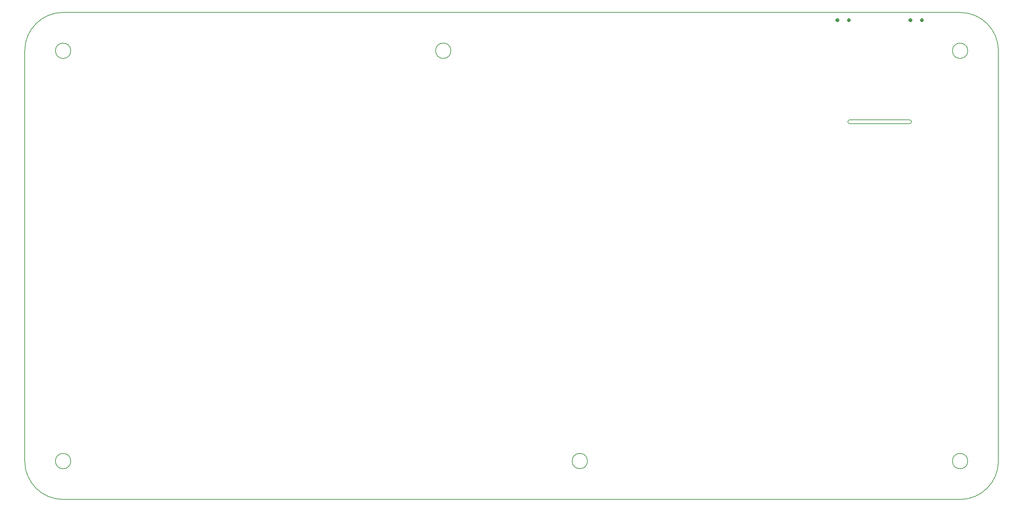
<source format=gm1>
G04 #@! TF.GenerationSoftware,KiCad,Pcbnew,8.0.1*
G04 #@! TF.CreationDate,2024-03-30T21:55:46-07:00*
G04 #@! TF.ProjectId,proj,70726f6a-2e6b-4696-9361-645f70636258,rev?*
G04 #@! TF.SameCoordinates,Original*
G04 #@! TF.FileFunction,Profile,NP*
%FSLAX46Y46*%
G04 Gerber Fmt 4.6, Leading zero omitted, Abs format (unit mm)*
G04 Created by KiCad (PCBNEW 8.0.1) date 2024-03-30 21:55:46*
%MOMM*%
%LPD*%
G01*
G04 APERTURE LIST*
G04 #@! TA.AperFunction,Profile*
%ADD10C,0.200000*%
G04 #@! TD*
G04 #@! TA.AperFunction,Profile*
%ADD11C,0.000000*%
G04 #@! TD*
G04 APERTURE END LIST*
D10*
X169796000Y-145481000D02*
G75*
G02*
X165796000Y-145481000I-2000000J0D01*
G01*
X165796000Y-145481000D02*
G75*
G02*
X169796000Y-145481000I2000000J0D01*
G01*
X277000000Y-145491200D02*
G75*
G02*
X267000000Y-155491200I-10000000J0D01*
G01*
X33000000Y-28491200D02*
X267000000Y-28491200D01*
X35000000Y-145491200D02*
G75*
G02*
X31000000Y-145491200I-2000000J0D01*
G01*
X31000000Y-145491200D02*
G75*
G02*
X35000000Y-145491200I2000000J0D01*
G01*
X267000000Y-28491200D02*
G75*
G02*
X277000000Y-38491200I0J-10000000D01*
G01*
X267000000Y-155491200D02*
X33000000Y-155491200D01*
X253815000Y-56501000D02*
G75*
G02*
X253815000Y-57501000I0J-500000D01*
G01*
X134178000Y-38481000D02*
G75*
G02*
X130178000Y-38481000I-2000000J0D01*
G01*
X130178000Y-38481000D02*
G75*
G02*
X134178000Y-38481000I2000000J0D01*
G01*
X33000000Y-155491200D02*
G75*
G02*
X23000000Y-145491200I0J10000000D01*
G01*
X238215000Y-57501000D02*
G75*
G02*
X238215000Y-56501000I0J500000D01*
G01*
X277000000Y-38491200D02*
X277000000Y-145491200D01*
X23000000Y-38491200D02*
G75*
G02*
X33000000Y-28491200I10000000J0D01*
G01*
X35000000Y-38491200D02*
G75*
G02*
X31000000Y-38491200I-2000000J0D01*
G01*
X31000000Y-38491200D02*
G75*
G02*
X35000000Y-38491200I2000000J0D01*
G01*
X238215000Y-57501000D02*
X253815000Y-57501000D01*
X269000000Y-38491200D02*
G75*
G02*
X265000000Y-38491200I-2000000J0D01*
G01*
X265000000Y-38491200D02*
G75*
G02*
X269000000Y-38491200I2000000J0D01*
G01*
X269000000Y-145491200D02*
G75*
G02*
X265000000Y-145491200I-2000000J0D01*
G01*
X265000000Y-145491200D02*
G75*
G02*
X269000000Y-145491200I2000000J0D01*
G01*
X23000000Y-145491200D02*
X23000000Y-38491200D01*
X238215000Y-56501000D02*
X253815000Y-56501000D01*
D11*
G04 #@! TA.AperFunction,Profile*
G36*
X254247708Y-30048984D02*
G01*
X254367430Y-30125925D01*
X254460627Y-30233480D01*
X254519746Y-30362934D01*
X254540000Y-30503800D01*
X254519746Y-30644666D01*
X254460627Y-30774120D01*
X254367430Y-30881675D01*
X254247708Y-30958616D01*
X254111157Y-30998711D01*
X253968843Y-30998711D01*
X253832292Y-30958616D01*
X253712570Y-30881675D01*
X253619373Y-30774120D01*
X253560254Y-30644666D01*
X253540000Y-30503800D01*
X253560254Y-30362934D01*
X253619373Y-30233480D01*
X253712570Y-30125925D01*
X253832292Y-30048984D01*
X253968843Y-30008889D01*
X254111157Y-30008889D01*
X254247708Y-30048984D01*
G37*
G04 #@! TD.AperFunction*
G04 #@! TA.AperFunction,Profile*
G36*
X257247708Y-30048984D02*
G01*
X257367430Y-30125925D01*
X257460627Y-30233480D01*
X257519746Y-30362934D01*
X257540000Y-30503800D01*
X257519746Y-30644666D01*
X257460627Y-30774120D01*
X257367430Y-30881675D01*
X257247708Y-30958616D01*
X257111157Y-30998711D01*
X256968843Y-30998711D01*
X256832292Y-30958616D01*
X256712570Y-30881675D01*
X256619373Y-30774120D01*
X256560254Y-30644666D01*
X256540000Y-30503800D01*
X256560254Y-30362934D01*
X256619373Y-30233480D01*
X256712570Y-30125925D01*
X256832292Y-30048984D01*
X256968843Y-30008889D01*
X257111157Y-30008889D01*
X257247708Y-30048984D01*
G37*
G04 #@! TD.AperFunction*
G04 #@! TA.AperFunction,Profile*
G36*
X235197708Y-30048984D02*
G01*
X235317430Y-30125925D01*
X235410627Y-30233480D01*
X235469746Y-30362934D01*
X235490000Y-30503800D01*
X235469746Y-30644666D01*
X235410627Y-30774120D01*
X235317430Y-30881675D01*
X235197708Y-30958616D01*
X235061157Y-30998711D01*
X234918843Y-30998711D01*
X234782292Y-30958616D01*
X234662570Y-30881675D01*
X234569373Y-30774120D01*
X234510254Y-30644666D01*
X234490000Y-30503800D01*
X234510254Y-30362934D01*
X234569373Y-30233480D01*
X234662570Y-30125925D01*
X234782292Y-30048984D01*
X234918843Y-30008889D01*
X235061157Y-30008889D01*
X235197708Y-30048984D01*
G37*
G04 #@! TD.AperFunction*
G04 #@! TA.AperFunction,Profile*
G36*
X238197708Y-30048984D02*
G01*
X238317430Y-30125925D01*
X238410627Y-30233480D01*
X238469746Y-30362934D01*
X238490000Y-30503800D01*
X238469746Y-30644666D01*
X238410627Y-30774120D01*
X238317430Y-30881675D01*
X238197708Y-30958616D01*
X238061157Y-30998711D01*
X237918843Y-30998711D01*
X237782292Y-30958616D01*
X237662570Y-30881675D01*
X237569373Y-30774120D01*
X237510254Y-30644666D01*
X237490000Y-30503800D01*
X237510254Y-30362934D01*
X237569373Y-30233480D01*
X237662570Y-30125925D01*
X237782292Y-30048984D01*
X237918843Y-30008889D01*
X238061157Y-30008889D01*
X238197708Y-30048984D01*
G37*
G04 #@! TD.AperFunction*
M02*

</source>
